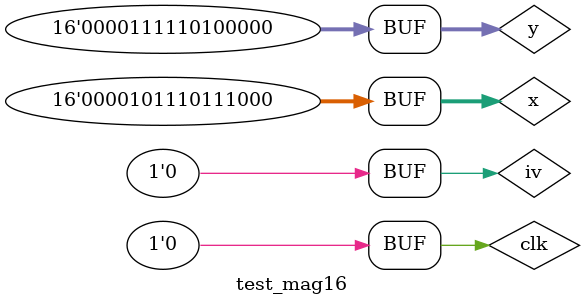
<source format=v>
`timescale 1ns / 1ps
module test_mag16;

	// Inputs
	reg [15:0] x;
	reg [15:0] y;
	reg iv;
	reg clk;

	// Outputs
	wire [15:0] m;
	wire ov;

	// Instantiate the Unit Under Test (UUT)
	mag16 uut (
		.x(x), 
		.y(y), 
		.iv(iv), 
		.m(m), 
		.ov(ov), 
		.clk(clk)
	);

	initial begin
		// Initialize Inputs
		x = 0;
		y = 0;
		iv = 0;
		clk = 0;

		// Wait 100 ns for global reset to finish
		#100;
		// Idle
		repeat (16)
		begin
			#5 clk = 0; iv = 0;
			#5 clk = 1;
		end
		// Test
		#5 clk = 0; iv = 1; x = 10000; y = 0;
		#5 clk = 1;
		repeat (16)
		begin
			#5 clk = 0; iv = 0;
			#5 clk = 1;
		end
		#5 clk = 0; iv = 1; x = 0; y = 1000;
		#5 clk = 1;
		repeat (16)
		begin
			#5 clk = 0; iv = 0;
			#5 clk = 1;
		end
		#5 clk = 0; iv = 1; x = 7071; y = 7071;
		#5 clk = 1;
		repeat (16)
		begin
			#5 clk = 0; iv = 0;
			#5 clk = 1;
		end
		#5 clk = 0; iv = 1; x = 10000; y = 10000;
		#5 clk = 1;
		repeat (16)
		begin
			#5 clk = 0; iv = 0;
			#5 clk = 1;
		end
		#5 clk = 0; iv = 1; x = 3000; y = 4000;
		#5 clk = 1;
		repeat (20)
		begin
			#5 clk = 0; iv = 0;
			#5 clk = 1;
		end
		#5 clk = 0;

	end
      
endmodule


</source>
